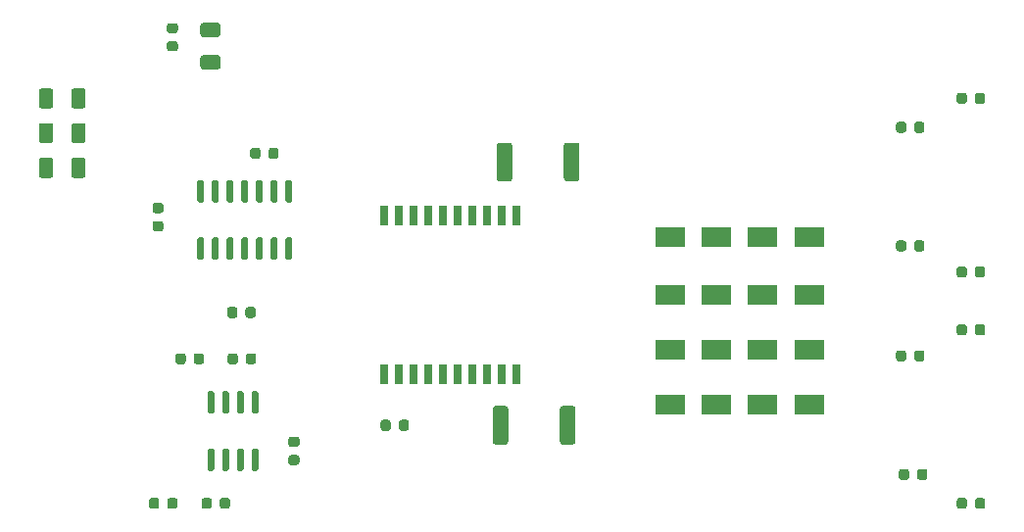
<source format=gbr>
%TF.GenerationSoftware,KiCad,Pcbnew,5.1.6-c6e7f7d~86~ubuntu20.04.1*%
%TF.CreationDate,2020-06-23T12:58:49+02:00*%
%TF.ProjectId,BoostModule,426f6f73-744d-46f6-9475-6c652e6b6963,rev?*%
%TF.SameCoordinates,Original*%
%TF.FileFunction,Paste,Top*%
%TF.FilePolarity,Positive*%
%FSLAX46Y46*%
G04 Gerber Fmt 4.6, Leading zero omitted, Abs format (unit mm)*
G04 Created by KiCad (PCBNEW 5.1.6-c6e7f7d~86~ubuntu20.04.1) date 2020-06-23 12:58:49*
%MOMM*%
%LPD*%
G01*
G04 APERTURE LIST*
%ADD10R,2.500000X1.800000*%
%ADD11R,0.700000X1.700000*%
G04 APERTURE END LIST*
D10*
%TO.C,D12*%
X177000000Y-70000000D03*
X173000000Y-70000000D03*
%TD*%
%TO.C,D11*%
X169000000Y-70000000D03*
X165000000Y-70000000D03*
%TD*%
%TO.C,D10*%
X177000000Y-75000000D03*
X173000000Y-75000000D03*
%TD*%
%TO.C,D9*%
X169000000Y-75000000D03*
X165000000Y-75000000D03*
%TD*%
%TO.C,D8*%
X177000000Y-79750000D03*
X173000000Y-79750000D03*
%TD*%
%TO.C,D7*%
X169000000Y-79750000D03*
X165000000Y-79750000D03*
%TD*%
%TO.C,D6*%
X177000000Y-84500000D03*
X173000000Y-84500000D03*
%TD*%
%TO.C,D5*%
X169000000Y-84500000D03*
X165000000Y-84500000D03*
%TD*%
%TO.C,C8*%
G36*
G01*
X132756250Y-88112500D02*
X132243750Y-88112500D01*
G75*
G02*
X132025000Y-87893750I0J218750D01*
G01*
X132025000Y-87456250D01*
G75*
G02*
X132243750Y-87237500I218750J0D01*
G01*
X132756250Y-87237500D01*
G75*
G02*
X132975000Y-87456250I0J-218750D01*
G01*
X132975000Y-87893750D01*
G75*
G02*
X132756250Y-88112500I-218750J0D01*
G01*
G37*
G36*
G01*
X132756250Y-89687500D02*
X132243750Y-89687500D01*
G75*
G02*
X132025000Y-89468750I0J218750D01*
G01*
X132025000Y-89031250D01*
G75*
G02*
X132243750Y-88812500I218750J0D01*
G01*
X132756250Y-88812500D01*
G75*
G02*
X132975000Y-89031250I0J-218750D01*
G01*
X132975000Y-89468750D01*
G75*
G02*
X132756250Y-89687500I-218750J0D01*
G01*
G37*
%TD*%
%TO.C,C7*%
G36*
G01*
X120493750Y-68612500D02*
X121006250Y-68612500D01*
G75*
G02*
X121225000Y-68831250I0J-218750D01*
G01*
X121225000Y-69268750D01*
G75*
G02*
X121006250Y-69487500I-218750J0D01*
G01*
X120493750Y-69487500D01*
G75*
G02*
X120275000Y-69268750I0J218750D01*
G01*
X120275000Y-68831250D01*
G75*
G02*
X120493750Y-68612500I218750J0D01*
G01*
G37*
G36*
G01*
X120493750Y-67037500D02*
X121006250Y-67037500D01*
G75*
G02*
X121225000Y-67256250I0J-218750D01*
G01*
X121225000Y-67693750D01*
G75*
G02*
X121006250Y-67912500I-218750J0D01*
G01*
X120493750Y-67912500D01*
G75*
G02*
X120275000Y-67693750I0J218750D01*
G01*
X120275000Y-67256250D01*
G75*
G02*
X120493750Y-67037500I218750J0D01*
G01*
G37*
%TD*%
%TO.C,C6*%
G36*
G01*
X113262500Y-58625000D02*
X113262500Y-57375000D01*
G75*
G02*
X113512500Y-57125000I250000J0D01*
G01*
X114262500Y-57125000D01*
G75*
G02*
X114512500Y-57375000I0J-250000D01*
G01*
X114512500Y-58625000D01*
G75*
G02*
X114262500Y-58875000I-250000J0D01*
G01*
X113512500Y-58875000D01*
G75*
G02*
X113262500Y-58625000I0J250000D01*
G01*
G37*
G36*
G01*
X110462500Y-58625000D02*
X110462500Y-57375000D01*
G75*
G02*
X110712500Y-57125000I250000J0D01*
G01*
X111462500Y-57125000D01*
G75*
G02*
X111712500Y-57375000I0J-250000D01*
G01*
X111712500Y-58625000D01*
G75*
G02*
X111462500Y-58875000I-250000J0D01*
G01*
X110712500Y-58875000D01*
G75*
G02*
X110462500Y-58625000I0J250000D01*
G01*
G37*
%TD*%
%TO.C,C5*%
G36*
G01*
X113262500Y-64625000D02*
X113262500Y-63375000D01*
G75*
G02*
X113512500Y-63125000I250000J0D01*
G01*
X114262500Y-63125000D01*
G75*
G02*
X114512500Y-63375000I0J-250000D01*
G01*
X114512500Y-64625000D01*
G75*
G02*
X114262500Y-64875000I-250000J0D01*
G01*
X113512500Y-64875000D01*
G75*
G02*
X113262500Y-64625000I0J250000D01*
G01*
G37*
G36*
G01*
X110462500Y-64625000D02*
X110462500Y-63375000D01*
G75*
G02*
X110712500Y-63125000I250000J0D01*
G01*
X111462500Y-63125000D01*
G75*
G02*
X111712500Y-63375000I0J-250000D01*
G01*
X111712500Y-64625000D01*
G75*
G02*
X111462500Y-64875000I-250000J0D01*
G01*
X110712500Y-64875000D01*
G75*
G02*
X110462500Y-64625000I0J250000D01*
G01*
G37*
%TD*%
%TO.C,C4*%
G36*
G01*
X113262500Y-61625000D02*
X113262500Y-60375000D01*
G75*
G02*
X113512500Y-60125000I250000J0D01*
G01*
X114262500Y-60125000D01*
G75*
G02*
X114512500Y-60375000I0J-250000D01*
G01*
X114512500Y-61625000D01*
G75*
G02*
X114262500Y-61875000I-250000J0D01*
G01*
X113512500Y-61875000D01*
G75*
G02*
X113262500Y-61625000I0J250000D01*
G01*
G37*
G36*
G01*
X110462500Y-61625000D02*
X110462500Y-60375000D01*
G75*
G02*
X110712500Y-60125000I250000J0D01*
G01*
X111462500Y-60125000D01*
G75*
G02*
X111712500Y-60375000I0J-250000D01*
G01*
X111712500Y-61625000D01*
G75*
G02*
X111462500Y-61875000I-250000J0D01*
G01*
X110712500Y-61875000D01*
G75*
G02*
X110462500Y-61625000I0J250000D01*
G01*
G37*
%TD*%
%TO.C,C3*%
G36*
G01*
X122256250Y-52362500D02*
X121743750Y-52362500D01*
G75*
G02*
X121525000Y-52143750I0J218750D01*
G01*
X121525000Y-51706250D01*
G75*
G02*
X121743750Y-51487500I218750J0D01*
G01*
X122256250Y-51487500D01*
G75*
G02*
X122475000Y-51706250I0J-218750D01*
G01*
X122475000Y-52143750D01*
G75*
G02*
X122256250Y-52362500I-218750J0D01*
G01*
G37*
G36*
G01*
X122256250Y-53937500D02*
X121743750Y-53937500D01*
G75*
G02*
X121525000Y-53718750I0J218750D01*
G01*
X121525000Y-53281250D01*
G75*
G02*
X121743750Y-53062500I218750J0D01*
G01*
X122256250Y-53062500D01*
G75*
G02*
X122475000Y-53281250I0J-218750D01*
G01*
X122475000Y-53718750D01*
G75*
G02*
X122256250Y-53937500I-218750J0D01*
G01*
G37*
%TD*%
%TO.C,C2*%
G36*
G01*
X125915000Y-52712500D02*
X124665000Y-52712500D01*
G75*
G02*
X124415000Y-52462500I0J250000D01*
G01*
X124415000Y-51712500D01*
G75*
G02*
X124665000Y-51462500I250000J0D01*
G01*
X125915000Y-51462500D01*
G75*
G02*
X126165000Y-51712500I0J-250000D01*
G01*
X126165000Y-52462500D01*
G75*
G02*
X125915000Y-52712500I-250000J0D01*
G01*
G37*
G36*
G01*
X125915000Y-55512500D02*
X124665000Y-55512500D01*
G75*
G02*
X124415000Y-55262500I0J250000D01*
G01*
X124415000Y-54512500D01*
G75*
G02*
X124665000Y-54262500I250000J0D01*
G01*
X125915000Y-54262500D01*
G75*
G02*
X126165000Y-54512500I0J-250000D01*
G01*
X126165000Y-55262500D01*
G75*
G02*
X125915000Y-55512500I-250000J0D01*
G01*
G37*
%TD*%
%TO.C,C1*%
G36*
G01*
X140862500Y-85993750D02*
X140862500Y-86506250D01*
G75*
G02*
X140643750Y-86725000I-218750J0D01*
G01*
X140206250Y-86725000D01*
G75*
G02*
X139987500Y-86506250I0J218750D01*
G01*
X139987500Y-85993750D01*
G75*
G02*
X140206250Y-85775000I218750J0D01*
G01*
X140643750Y-85775000D01*
G75*
G02*
X140862500Y-85993750I0J-218750D01*
G01*
G37*
G36*
G01*
X142437500Y-85993750D02*
X142437500Y-86506250D01*
G75*
G02*
X142218750Y-86725000I-218750J0D01*
G01*
X141781250Y-86725000D01*
G75*
G02*
X141562500Y-86506250I0J218750D01*
G01*
X141562500Y-85993750D01*
G75*
G02*
X141781250Y-85775000I218750J0D01*
G01*
X142218750Y-85775000D01*
G75*
G02*
X142437500Y-85993750I0J-218750D01*
G01*
G37*
%TD*%
%TO.C,D3*%
G36*
G01*
X190650000Y-77743750D02*
X190650000Y-78256250D01*
G75*
G02*
X190431250Y-78475000I-218750J0D01*
G01*
X189993750Y-78475000D01*
G75*
G02*
X189775000Y-78256250I0J218750D01*
G01*
X189775000Y-77743750D01*
G75*
G02*
X189993750Y-77525000I218750J0D01*
G01*
X190431250Y-77525000D01*
G75*
G02*
X190650000Y-77743750I0J-218750D01*
G01*
G37*
G36*
G01*
X192225000Y-77743750D02*
X192225000Y-78256250D01*
G75*
G02*
X192006250Y-78475000I-218750J0D01*
G01*
X191568750Y-78475000D01*
G75*
G02*
X191350000Y-78256250I0J218750D01*
G01*
X191350000Y-77743750D01*
G75*
G02*
X191568750Y-77525000I218750J0D01*
G01*
X192006250Y-77525000D01*
G75*
G02*
X192225000Y-77743750I0J-218750D01*
G01*
G37*
%TD*%
%TO.C,D4*%
G36*
G01*
X190650000Y-92743750D02*
X190650000Y-93256250D01*
G75*
G02*
X190431250Y-93475000I-218750J0D01*
G01*
X189993750Y-93475000D01*
G75*
G02*
X189775000Y-93256250I0J218750D01*
G01*
X189775000Y-92743750D01*
G75*
G02*
X189993750Y-92525000I218750J0D01*
G01*
X190431250Y-92525000D01*
G75*
G02*
X190650000Y-92743750I0J-218750D01*
G01*
G37*
G36*
G01*
X192225000Y-92743750D02*
X192225000Y-93256250D01*
G75*
G02*
X192006250Y-93475000I-218750J0D01*
G01*
X191568750Y-93475000D01*
G75*
G02*
X191350000Y-93256250I0J218750D01*
G01*
X191350000Y-92743750D01*
G75*
G02*
X191568750Y-92525000I218750J0D01*
G01*
X192006250Y-92525000D01*
G75*
G02*
X192225000Y-92743750I0J-218750D01*
G01*
G37*
%TD*%
%TO.C,D2*%
G36*
G01*
X190650000Y-72743750D02*
X190650000Y-73256250D01*
G75*
G02*
X190431250Y-73475000I-218750J0D01*
G01*
X189993750Y-73475000D01*
G75*
G02*
X189775000Y-73256250I0J218750D01*
G01*
X189775000Y-72743750D01*
G75*
G02*
X189993750Y-72525000I218750J0D01*
G01*
X190431250Y-72525000D01*
G75*
G02*
X190650000Y-72743750I0J-218750D01*
G01*
G37*
G36*
G01*
X192225000Y-72743750D02*
X192225000Y-73256250D01*
G75*
G02*
X192006250Y-73475000I-218750J0D01*
G01*
X191568750Y-73475000D01*
G75*
G02*
X191350000Y-73256250I0J218750D01*
G01*
X191350000Y-72743750D01*
G75*
G02*
X191568750Y-72525000I218750J0D01*
G01*
X192006250Y-72525000D01*
G75*
G02*
X192225000Y-72743750I0J-218750D01*
G01*
G37*
%TD*%
%TO.C,D1*%
G36*
G01*
X190650000Y-57743750D02*
X190650000Y-58256250D01*
G75*
G02*
X190431250Y-58475000I-218750J0D01*
G01*
X189993750Y-58475000D01*
G75*
G02*
X189775000Y-58256250I0J218750D01*
G01*
X189775000Y-57743750D01*
G75*
G02*
X189993750Y-57525000I218750J0D01*
G01*
X190431250Y-57525000D01*
G75*
G02*
X190650000Y-57743750I0J-218750D01*
G01*
G37*
G36*
G01*
X192225000Y-57743750D02*
X192225000Y-58256250D01*
G75*
G02*
X192006250Y-58475000I-218750J0D01*
G01*
X191568750Y-58475000D01*
G75*
G02*
X191350000Y-58256250I0J218750D01*
G01*
X191350000Y-57743750D01*
G75*
G02*
X191568750Y-57525000I218750J0D01*
G01*
X192006250Y-57525000D01*
G75*
G02*
X192225000Y-57743750I0J-218750D01*
G01*
G37*
%TD*%
%TO.C,R12*%
G36*
G01*
X155475000Y-87675001D02*
X155475000Y-84824999D01*
G75*
G02*
X155724999Y-84575000I249999J0D01*
G01*
X156575001Y-84575000D01*
G75*
G02*
X156825000Y-84824999I0J-249999D01*
G01*
X156825000Y-87675001D01*
G75*
G02*
X156575001Y-87925000I-249999J0D01*
G01*
X155724999Y-87925000D01*
G75*
G02*
X155475000Y-87675001I0J249999D01*
G01*
G37*
G36*
G01*
X149675000Y-87675001D02*
X149675000Y-84824999D01*
G75*
G02*
X149924999Y-84575000I249999J0D01*
G01*
X150775001Y-84575000D01*
G75*
G02*
X151025000Y-84824999I0J-249999D01*
G01*
X151025000Y-87675001D01*
G75*
G02*
X150775001Y-87925000I-249999J0D01*
G01*
X149924999Y-87925000D01*
G75*
G02*
X149675000Y-87675001I0J249999D01*
G01*
G37*
%TD*%
%TO.C,R11*%
G36*
G01*
X155825000Y-64925001D02*
X155825000Y-62074999D01*
G75*
G02*
X156074999Y-61825000I249999J0D01*
G01*
X156925001Y-61825000D01*
G75*
G02*
X157175000Y-62074999I0J-249999D01*
G01*
X157175000Y-64925001D01*
G75*
G02*
X156925001Y-65175000I-249999J0D01*
G01*
X156074999Y-65175000D01*
G75*
G02*
X155825000Y-64925001I0J249999D01*
G01*
G37*
G36*
G01*
X150025000Y-64925001D02*
X150025000Y-62074999D01*
G75*
G02*
X150274999Y-61825000I249999J0D01*
G01*
X151125001Y-61825000D01*
G75*
G02*
X151375000Y-62074999I0J-249999D01*
G01*
X151375000Y-64925001D01*
G75*
G02*
X151125001Y-65175000I-249999J0D01*
G01*
X150274999Y-65175000D01*
G75*
G02*
X150025000Y-64925001I0J249999D01*
G01*
G37*
%TD*%
%TO.C,R10*%
G36*
G01*
X127650000Y-80243750D02*
X127650000Y-80756250D01*
G75*
G02*
X127431250Y-80975000I-218750J0D01*
G01*
X126993750Y-80975000D01*
G75*
G02*
X126775000Y-80756250I0J218750D01*
G01*
X126775000Y-80243750D01*
G75*
G02*
X126993750Y-80025000I218750J0D01*
G01*
X127431250Y-80025000D01*
G75*
G02*
X127650000Y-80243750I0J-218750D01*
G01*
G37*
G36*
G01*
X129225000Y-80243750D02*
X129225000Y-80756250D01*
G75*
G02*
X129006250Y-80975000I-218750J0D01*
G01*
X128568750Y-80975000D01*
G75*
G02*
X128350000Y-80756250I0J218750D01*
G01*
X128350000Y-80243750D01*
G75*
G02*
X128568750Y-80025000I218750J0D01*
G01*
X129006250Y-80025000D01*
G75*
G02*
X129225000Y-80243750I0J-218750D01*
G01*
G37*
%TD*%
%TO.C,R9*%
G36*
G01*
X125400000Y-92743750D02*
X125400000Y-93256250D01*
G75*
G02*
X125181250Y-93475000I-218750J0D01*
G01*
X124743750Y-93475000D01*
G75*
G02*
X124525000Y-93256250I0J218750D01*
G01*
X124525000Y-92743750D01*
G75*
G02*
X124743750Y-92525000I218750J0D01*
G01*
X125181250Y-92525000D01*
G75*
G02*
X125400000Y-92743750I0J-218750D01*
G01*
G37*
G36*
G01*
X126975000Y-92743750D02*
X126975000Y-93256250D01*
G75*
G02*
X126756250Y-93475000I-218750J0D01*
G01*
X126318750Y-93475000D01*
G75*
G02*
X126100000Y-93256250I0J218750D01*
G01*
X126100000Y-92743750D01*
G75*
G02*
X126318750Y-92525000I218750J0D01*
G01*
X126756250Y-92525000D01*
G75*
G02*
X126975000Y-92743750I0J-218750D01*
G01*
G37*
%TD*%
%TO.C,R8*%
G36*
G01*
X128312500Y-76756250D02*
X128312500Y-76243750D01*
G75*
G02*
X128531250Y-76025000I218750J0D01*
G01*
X128968750Y-76025000D01*
G75*
G02*
X129187500Y-76243750I0J-218750D01*
G01*
X129187500Y-76756250D01*
G75*
G02*
X128968750Y-76975000I-218750J0D01*
G01*
X128531250Y-76975000D01*
G75*
G02*
X128312500Y-76756250I0J218750D01*
G01*
G37*
G36*
G01*
X126737500Y-76756250D02*
X126737500Y-76243750D01*
G75*
G02*
X126956250Y-76025000I218750J0D01*
G01*
X127393750Y-76025000D01*
G75*
G02*
X127612500Y-76243750I0J-218750D01*
G01*
X127612500Y-76756250D01*
G75*
G02*
X127393750Y-76975000I-218750J0D01*
G01*
X126956250Y-76975000D01*
G75*
G02*
X126737500Y-76756250I0J218750D01*
G01*
G37*
%TD*%
%TO.C,R7*%
G36*
G01*
X130312500Y-63006250D02*
X130312500Y-62493750D01*
G75*
G02*
X130531250Y-62275000I218750J0D01*
G01*
X130968750Y-62275000D01*
G75*
G02*
X131187500Y-62493750I0J-218750D01*
G01*
X131187500Y-63006250D01*
G75*
G02*
X130968750Y-63225000I-218750J0D01*
G01*
X130531250Y-63225000D01*
G75*
G02*
X130312500Y-63006250I0J218750D01*
G01*
G37*
G36*
G01*
X128737500Y-63006250D02*
X128737500Y-62493750D01*
G75*
G02*
X128956250Y-62275000I218750J0D01*
G01*
X129393750Y-62275000D01*
G75*
G02*
X129612500Y-62493750I0J-218750D01*
G01*
X129612500Y-63006250D01*
G75*
G02*
X129393750Y-63225000I-218750J0D01*
G01*
X128956250Y-63225000D01*
G75*
G02*
X128737500Y-63006250I0J218750D01*
G01*
G37*
%TD*%
%TO.C,R6*%
G36*
G01*
X120862500Y-92743750D02*
X120862500Y-93256250D01*
G75*
G02*
X120643750Y-93475000I-218750J0D01*
G01*
X120206250Y-93475000D01*
G75*
G02*
X119987500Y-93256250I0J218750D01*
G01*
X119987500Y-92743750D01*
G75*
G02*
X120206250Y-92525000I218750J0D01*
G01*
X120643750Y-92525000D01*
G75*
G02*
X120862500Y-92743750I0J-218750D01*
G01*
G37*
G36*
G01*
X122437500Y-92743750D02*
X122437500Y-93256250D01*
G75*
G02*
X122218750Y-93475000I-218750J0D01*
G01*
X121781250Y-93475000D01*
G75*
G02*
X121562500Y-93256250I0J218750D01*
G01*
X121562500Y-92743750D01*
G75*
G02*
X121781250Y-92525000I218750J0D01*
G01*
X122218750Y-92525000D01*
G75*
G02*
X122437500Y-92743750I0J-218750D01*
G01*
G37*
%TD*%
%TO.C,R5*%
G36*
G01*
X123150000Y-80243750D02*
X123150000Y-80756250D01*
G75*
G02*
X122931250Y-80975000I-218750J0D01*
G01*
X122493750Y-80975000D01*
G75*
G02*
X122275000Y-80756250I0J218750D01*
G01*
X122275000Y-80243750D01*
G75*
G02*
X122493750Y-80025000I218750J0D01*
G01*
X122931250Y-80025000D01*
G75*
G02*
X123150000Y-80243750I0J-218750D01*
G01*
G37*
G36*
G01*
X124725000Y-80243750D02*
X124725000Y-80756250D01*
G75*
G02*
X124506250Y-80975000I-218750J0D01*
G01*
X124068750Y-80975000D01*
G75*
G02*
X123850000Y-80756250I0J218750D01*
G01*
X123850000Y-80243750D01*
G75*
G02*
X124068750Y-80025000I218750J0D01*
G01*
X124506250Y-80025000D01*
G75*
G02*
X124725000Y-80243750I0J-218750D01*
G01*
G37*
%TD*%
%TO.C,R4*%
G36*
G01*
X186350000Y-90756250D02*
X186350000Y-90243750D01*
G75*
G02*
X186568750Y-90025000I218750J0D01*
G01*
X187006250Y-90025000D01*
G75*
G02*
X187225000Y-90243750I0J-218750D01*
G01*
X187225000Y-90756250D01*
G75*
G02*
X187006250Y-90975000I-218750J0D01*
G01*
X186568750Y-90975000D01*
G75*
G02*
X186350000Y-90756250I0J218750D01*
G01*
G37*
G36*
G01*
X184775000Y-90756250D02*
X184775000Y-90243750D01*
G75*
G02*
X184993750Y-90025000I218750J0D01*
G01*
X185431250Y-90025000D01*
G75*
G02*
X185650000Y-90243750I0J-218750D01*
G01*
X185650000Y-90756250D01*
G75*
G02*
X185431250Y-90975000I-218750J0D01*
G01*
X184993750Y-90975000D01*
G75*
G02*
X184775000Y-90756250I0J218750D01*
G01*
G37*
%TD*%
%TO.C,R3*%
G36*
G01*
X186100000Y-80506250D02*
X186100000Y-79993750D01*
G75*
G02*
X186318750Y-79775000I218750J0D01*
G01*
X186756250Y-79775000D01*
G75*
G02*
X186975000Y-79993750I0J-218750D01*
G01*
X186975000Y-80506250D01*
G75*
G02*
X186756250Y-80725000I-218750J0D01*
G01*
X186318750Y-80725000D01*
G75*
G02*
X186100000Y-80506250I0J218750D01*
G01*
G37*
G36*
G01*
X184525000Y-80506250D02*
X184525000Y-79993750D01*
G75*
G02*
X184743750Y-79775000I218750J0D01*
G01*
X185181250Y-79775000D01*
G75*
G02*
X185400000Y-79993750I0J-218750D01*
G01*
X185400000Y-80506250D01*
G75*
G02*
X185181250Y-80725000I-218750J0D01*
G01*
X184743750Y-80725000D01*
G75*
G02*
X184525000Y-80506250I0J218750D01*
G01*
G37*
%TD*%
%TO.C,R2*%
G36*
G01*
X186100000Y-71006250D02*
X186100000Y-70493750D01*
G75*
G02*
X186318750Y-70275000I218750J0D01*
G01*
X186756250Y-70275000D01*
G75*
G02*
X186975000Y-70493750I0J-218750D01*
G01*
X186975000Y-71006250D01*
G75*
G02*
X186756250Y-71225000I-218750J0D01*
G01*
X186318750Y-71225000D01*
G75*
G02*
X186100000Y-71006250I0J218750D01*
G01*
G37*
G36*
G01*
X184525000Y-71006250D02*
X184525000Y-70493750D01*
G75*
G02*
X184743750Y-70275000I218750J0D01*
G01*
X185181250Y-70275000D01*
G75*
G02*
X185400000Y-70493750I0J-218750D01*
G01*
X185400000Y-71006250D01*
G75*
G02*
X185181250Y-71225000I-218750J0D01*
G01*
X184743750Y-71225000D01*
G75*
G02*
X184525000Y-71006250I0J218750D01*
G01*
G37*
%TD*%
%TO.C,R1*%
G36*
G01*
X186100000Y-60756250D02*
X186100000Y-60243750D01*
G75*
G02*
X186318750Y-60025000I218750J0D01*
G01*
X186756250Y-60025000D01*
G75*
G02*
X186975000Y-60243750I0J-218750D01*
G01*
X186975000Y-60756250D01*
G75*
G02*
X186756250Y-60975000I-218750J0D01*
G01*
X186318750Y-60975000D01*
G75*
G02*
X186100000Y-60756250I0J218750D01*
G01*
G37*
G36*
G01*
X184525000Y-60756250D02*
X184525000Y-60243750D01*
G75*
G02*
X184743750Y-60025000I218750J0D01*
G01*
X185181250Y-60025000D01*
G75*
G02*
X185400000Y-60243750I0J-218750D01*
G01*
X185400000Y-60756250D01*
G75*
G02*
X185181250Y-60975000I-218750J0D01*
G01*
X184743750Y-60975000D01*
G75*
G02*
X184525000Y-60756250I0J218750D01*
G01*
G37*
%TD*%
D11*
%TO.C,U3*%
X151715000Y-81850000D03*
X150445000Y-81850000D03*
X149175000Y-81850000D03*
X147905000Y-81850000D03*
X146635000Y-81850000D03*
X145365000Y-81850000D03*
X144095000Y-81850000D03*
X142825000Y-81850000D03*
X141555000Y-81850000D03*
X140285000Y-81850000D03*
X140285000Y-68150000D03*
X141555000Y-68150000D03*
X142825000Y-68150000D03*
X144095000Y-68150000D03*
X145365000Y-68150000D03*
X146635000Y-68150000D03*
X147905000Y-68150000D03*
X149175000Y-68150000D03*
X150445000Y-68150000D03*
X151715000Y-68150000D03*
%TD*%
%TO.C,U2*%
G36*
G01*
X131910000Y-70000000D02*
X132210000Y-70000000D01*
G75*
G02*
X132360000Y-70150000I0J-150000D01*
G01*
X132360000Y-71800000D01*
G75*
G02*
X132210000Y-71950000I-150000J0D01*
G01*
X131910000Y-71950000D01*
G75*
G02*
X131760000Y-71800000I0J150000D01*
G01*
X131760000Y-70150000D01*
G75*
G02*
X131910000Y-70000000I150000J0D01*
G01*
G37*
G36*
G01*
X130640000Y-70000000D02*
X130940000Y-70000000D01*
G75*
G02*
X131090000Y-70150000I0J-150000D01*
G01*
X131090000Y-71800000D01*
G75*
G02*
X130940000Y-71950000I-150000J0D01*
G01*
X130640000Y-71950000D01*
G75*
G02*
X130490000Y-71800000I0J150000D01*
G01*
X130490000Y-70150000D01*
G75*
G02*
X130640000Y-70000000I150000J0D01*
G01*
G37*
G36*
G01*
X129370000Y-70000000D02*
X129670000Y-70000000D01*
G75*
G02*
X129820000Y-70150000I0J-150000D01*
G01*
X129820000Y-71800000D01*
G75*
G02*
X129670000Y-71950000I-150000J0D01*
G01*
X129370000Y-71950000D01*
G75*
G02*
X129220000Y-71800000I0J150000D01*
G01*
X129220000Y-70150000D01*
G75*
G02*
X129370000Y-70000000I150000J0D01*
G01*
G37*
G36*
G01*
X128100000Y-70000000D02*
X128400000Y-70000000D01*
G75*
G02*
X128550000Y-70150000I0J-150000D01*
G01*
X128550000Y-71800000D01*
G75*
G02*
X128400000Y-71950000I-150000J0D01*
G01*
X128100000Y-71950000D01*
G75*
G02*
X127950000Y-71800000I0J150000D01*
G01*
X127950000Y-70150000D01*
G75*
G02*
X128100000Y-70000000I150000J0D01*
G01*
G37*
G36*
G01*
X126830000Y-70000000D02*
X127130000Y-70000000D01*
G75*
G02*
X127280000Y-70150000I0J-150000D01*
G01*
X127280000Y-71800000D01*
G75*
G02*
X127130000Y-71950000I-150000J0D01*
G01*
X126830000Y-71950000D01*
G75*
G02*
X126680000Y-71800000I0J150000D01*
G01*
X126680000Y-70150000D01*
G75*
G02*
X126830000Y-70000000I150000J0D01*
G01*
G37*
G36*
G01*
X125560000Y-70000000D02*
X125860000Y-70000000D01*
G75*
G02*
X126010000Y-70150000I0J-150000D01*
G01*
X126010000Y-71800000D01*
G75*
G02*
X125860000Y-71950000I-150000J0D01*
G01*
X125560000Y-71950000D01*
G75*
G02*
X125410000Y-71800000I0J150000D01*
G01*
X125410000Y-70150000D01*
G75*
G02*
X125560000Y-70000000I150000J0D01*
G01*
G37*
G36*
G01*
X124290000Y-70000000D02*
X124590000Y-70000000D01*
G75*
G02*
X124740000Y-70150000I0J-150000D01*
G01*
X124740000Y-71800000D01*
G75*
G02*
X124590000Y-71950000I-150000J0D01*
G01*
X124290000Y-71950000D01*
G75*
G02*
X124140000Y-71800000I0J150000D01*
G01*
X124140000Y-70150000D01*
G75*
G02*
X124290000Y-70000000I150000J0D01*
G01*
G37*
G36*
G01*
X124290000Y-65050000D02*
X124590000Y-65050000D01*
G75*
G02*
X124740000Y-65200000I0J-150000D01*
G01*
X124740000Y-66850000D01*
G75*
G02*
X124590000Y-67000000I-150000J0D01*
G01*
X124290000Y-67000000D01*
G75*
G02*
X124140000Y-66850000I0J150000D01*
G01*
X124140000Y-65200000D01*
G75*
G02*
X124290000Y-65050000I150000J0D01*
G01*
G37*
G36*
G01*
X125560000Y-65050000D02*
X125860000Y-65050000D01*
G75*
G02*
X126010000Y-65200000I0J-150000D01*
G01*
X126010000Y-66850000D01*
G75*
G02*
X125860000Y-67000000I-150000J0D01*
G01*
X125560000Y-67000000D01*
G75*
G02*
X125410000Y-66850000I0J150000D01*
G01*
X125410000Y-65200000D01*
G75*
G02*
X125560000Y-65050000I150000J0D01*
G01*
G37*
G36*
G01*
X126830000Y-65050000D02*
X127130000Y-65050000D01*
G75*
G02*
X127280000Y-65200000I0J-150000D01*
G01*
X127280000Y-66850000D01*
G75*
G02*
X127130000Y-67000000I-150000J0D01*
G01*
X126830000Y-67000000D01*
G75*
G02*
X126680000Y-66850000I0J150000D01*
G01*
X126680000Y-65200000D01*
G75*
G02*
X126830000Y-65050000I150000J0D01*
G01*
G37*
G36*
G01*
X128100000Y-65050000D02*
X128400000Y-65050000D01*
G75*
G02*
X128550000Y-65200000I0J-150000D01*
G01*
X128550000Y-66850000D01*
G75*
G02*
X128400000Y-67000000I-150000J0D01*
G01*
X128100000Y-67000000D01*
G75*
G02*
X127950000Y-66850000I0J150000D01*
G01*
X127950000Y-65200000D01*
G75*
G02*
X128100000Y-65050000I150000J0D01*
G01*
G37*
G36*
G01*
X129370000Y-65050000D02*
X129670000Y-65050000D01*
G75*
G02*
X129820000Y-65200000I0J-150000D01*
G01*
X129820000Y-66850000D01*
G75*
G02*
X129670000Y-67000000I-150000J0D01*
G01*
X129370000Y-67000000D01*
G75*
G02*
X129220000Y-66850000I0J150000D01*
G01*
X129220000Y-65200000D01*
G75*
G02*
X129370000Y-65050000I150000J0D01*
G01*
G37*
G36*
G01*
X130640000Y-65050000D02*
X130940000Y-65050000D01*
G75*
G02*
X131090000Y-65200000I0J-150000D01*
G01*
X131090000Y-66850000D01*
G75*
G02*
X130940000Y-67000000I-150000J0D01*
G01*
X130640000Y-67000000D01*
G75*
G02*
X130490000Y-66850000I0J150000D01*
G01*
X130490000Y-65200000D01*
G75*
G02*
X130640000Y-65050000I150000J0D01*
G01*
G37*
G36*
G01*
X131910000Y-65050000D02*
X132210000Y-65050000D01*
G75*
G02*
X132360000Y-65200000I0J-150000D01*
G01*
X132360000Y-66850000D01*
G75*
G02*
X132210000Y-67000000I-150000J0D01*
G01*
X131910000Y-67000000D01*
G75*
G02*
X131760000Y-66850000I0J150000D01*
G01*
X131760000Y-65200000D01*
G75*
G02*
X131910000Y-65050000I150000J0D01*
G01*
G37*
%TD*%
%TO.C,U1*%
G36*
G01*
X129005000Y-88250000D02*
X129305000Y-88250000D01*
G75*
G02*
X129455000Y-88400000I0J-150000D01*
G01*
X129455000Y-90050000D01*
G75*
G02*
X129305000Y-90200000I-150000J0D01*
G01*
X129005000Y-90200000D01*
G75*
G02*
X128855000Y-90050000I0J150000D01*
G01*
X128855000Y-88400000D01*
G75*
G02*
X129005000Y-88250000I150000J0D01*
G01*
G37*
G36*
G01*
X127735000Y-88250000D02*
X128035000Y-88250000D01*
G75*
G02*
X128185000Y-88400000I0J-150000D01*
G01*
X128185000Y-90050000D01*
G75*
G02*
X128035000Y-90200000I-150000J0D01*
G01*
X127735000Y-90200000D01*
G75*
G02*
X127585000Y-90050000I0J150000D01*
G01*
X127585000Y-88400000D01*
G75*
G02*
X127735000Y-88250000I150000J0D01*
G01*
G37*
G36*
G01*
X126465000Y-88250000D02*
X126765000Y-88250000D01*
G75*
G02*
X126915000Y-88400000I0J-150000D01*
G01*
X126915000Y-90050000D01*
G75*
G02*
X126765000Y-90200000I-150000J0D01*
G01*
X126465000Y-90200000D01*
G75*
G02*
X126315000Y-90050000I0J150000D01*
G01*
X126315000Y-88400000D01*
G75*
G02*
X126465000Y-88250000I150000J0D01*
G01*
G37*
G36*
G01*
X125195000Y-88250000D02*
X125495000Y-88250000D01*
G75*
G02*
X125645000Y-88400000I0J-150000D01*
G01*
X125645000Y-90050000D01*
G75*
G02*
X125495000Y-90200000I-150000J0D01*
G01*
X125195000Y-90200000D01*
G75*
G02*
X125045000Y-90050000I0J150000D01*
G01*
X125045000Y-88400000D01*
G75*
G02*
X125195000Y-88250000I150000J0D01*
G01*
G37*
G36*
G01*
X125195000Y-83300000D02*
X125495000Y-83300000D01*
G75*
G02*
X125645000Y-83450000I0J-150000D01*
G01*
X125645000Y-85100000D01*
G75*
G02*
X125495000Y-85250000I-150000J0D01*
G01*
X125195000Y-85250000D01*
G75*
G02*
X125045000Y-85100000I0J150000D01*
G01*
X125045000Y-83450000D01*
G75*
G02*
X125195000Y-83300000I150000J0D01*
G01*
G37*
G36*
G01*
X126465000Y-83300000D02*
X126765000Y-83300000D01*
G75*
G02*
X126915000Y-83450000I0J-150000D01*
G01*
X126915000Y-85100000D01*
G75*
G02*
X126765000Y-85250000I-150000J0D01*
G01*
X126465000Y-85250000D01*
G75*
G02*
X126315000Y-85100000I0J150000D01*
G01*
X126315000Y-83450000D01*
G75*
G02*
X126465000Y-83300000I150000J0D01*
G01*
G37*
G36*
G01*
X127735000Y-83300000D02*
X128035000Y-83300000D01*
G75*
G02*
X128185000Y-83450000I0J-150000D01*
G01*
X128185000Y-85100000D01*
G75*
G02*
X128035000Y-85250000I-150000J0D01*
G01*
X127735000Y-85250000D01*
G75*
G02*
X127585000Y-85100000I0J150000D01*
G01*
X127585000Y-83450000D01*
G75*
G02*
X127735000Y-83300000I150000J0D01*
G01*
G37*
G36*
G01*
X129005000Y-83300000D02*
X129305000Y-83300000D01*
G75*
G02*
X129455000Y-83450000I0J-150000D01*
G01*
X129455000Y-85100000D01*
G75*
G02*
X129305000Y-85250000I-150000J0D01*
G01*
X129005000Y-85250000D01*
G75*
G02*
X128855000Y-85100000I0J150000D01*
G01*
X128855000Y-83450000D01*
G75*
G02*
X129005000Y-83300000I150000J0D01*
G01*
G37*
%TD*%
M02*

</source>
